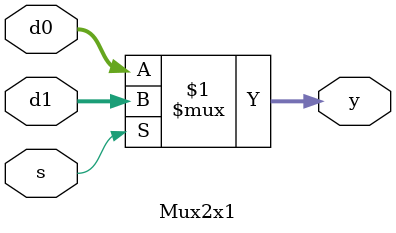
<source format=sv>
module Mux2x1#(parameter N = 32)(
	input logic [N-1:0] d0, d1,
	input logic s,
	output logic [N-1:0] y);

	assign y = s ? d1 : d0;
endmodule
</source>
